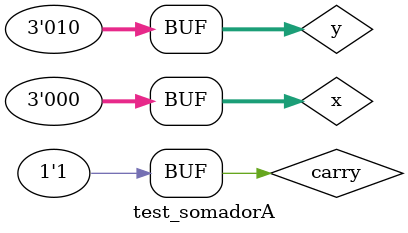
<source format=v>


// ------------------------- 
// nbit adder 
// ------------------------- 
module FullAdder(s, c_out, x, y, c_in);
  output s, c_out;
  input x, y, c_in;
  wire a, b, c;
// descrever por portas 
  xor (a, x, y);
  xor (s, a, c_in);   
  and (b, x, y);
  and (c, a, c_in);
  or (c_out, c, b);
endmodule //FullAdder

// ------------------------- 
// somador algebrico
// ------------------------- 
module somadorA(s, c_out, x, y, c_in);
  output [2:0] s;
  output c_out;
  input  [2:0] x, y;
  input c_in;
  wire c1, c2, z1, z2, z3, z4;
  // descrever por portas 
  xor (z1, y[0] , c_in);
  xor (z2, y[1] , c_in);
  xor (z3, y[2] , c_in);
  FullAdder FA0(s[0], c1, x[0], z1, c_in);
  FullAdder FA1(s[1], c2, x[1], z2, c1);
  FullAdder FA2(s[2], z4, x[2], z3, c2);
  xor (c_out, z4 , c_in);
endmodule //somadorA

// ------------------------- 
// equals0
// ------------------------- 
module equals0(s, x);
  output s;
  input [2:0] x;
  wire s1,s2,s3;
  
  // descrever por portas
  nor (s1, x[0], 0);
  nor (s2, x[1], 0);
  nor (s3, x[2], 0);
  assign s = (s1 & s2 & s3);
  
endmodule // equals0

// ------------------------- 
// plus/minus 1
// ------------------------- 
module plusMinus1(s, x);
  output [2:0]s;
  input [2:0] x;
  wire c_out;
  
  // descrever por portas
  somadorA somador(s, c_out, x, 001, 1); // -- c_in = 0 para operaçao de soma x + 0001
 
endmodule // plusMinus1


module test_somadorA; 
// ------------------------- definir dados 
reg [2:0] x; 
reg [2:0] y; 
reg carry; 
wire [2:0] soma;
wire c_out, e0;
wire [2:0] x1; 


plusMinus1 minus(x1,x);
somadorA somador(soma, c_out, x1, y, carry);
equals0 equals(e0, soma);
// ------------------------- parte principal 
  initial
  begin
  $display("Exemplo0032 - Gabriel Benjamim de Carvalho - 396690"); 
  $display("Test Somador Algebrico - Minus 1"); 
  // projetar testes do somador complete 
  $monitor($time," x= %b x-1=%b  y=%b c_in= %b ///  soma= %b /// equals 0 = %b (caso 1 verdadeiro caso 0 falso)\n", x, x1, y, carry,soma,e0);
  end
  
  // Entradas
  initial
  begin
  $display("		Soma");
   x = 3'd2;y = 3'd4; carry =  1'b0;


  #5 x = 3'd2;y = 3'd3;
  #5 x = 3'd3;y = 3'd3;
  #5 x = 3'd1;y = 3'd3;
  #5 x = 3'd1;y = 3'd1;
  #5 x = 3'd3;y = 3'd2;
  
  
   #5 x = 3'd2;y = 3'd4;carry = 1'b1;
	$display("		Subtraction");
  #5 x = 3'd2;y = 3'd3;
  #5 x = 3'd1;y = 3'd2;
  #5 x = 3'd2;y = 3'd2;
  #5 x = 3'd0;y = 3'd2;


  end
endmodule // test_fullAdder 
</source>
